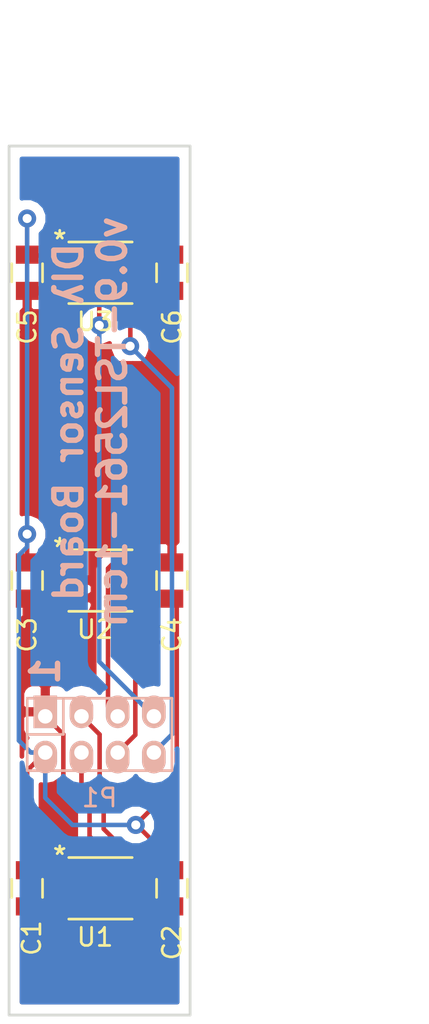
<source format=kicad_pcb>
(kicad_pcb (version 4) (host pcbnew "(2016-01-25 BZR 6514, Git a23e712)-product")

  (general
    (links 27)
    (no_connects 0)
    (area 162.775 54.225 190.141668 110.500001)
    (thickness 1.6)
    (drawings 13)
    (tracks 111)
    (zones 0)
    (modules 10)
    (nets 12)
  )

  (page A4)
  (layers
    (0 F.Cu signal)
    (31 B.Cu signal)
    (32 B.Adhes user)
    (33 F.Adhes user)
    (34 B.Paste user)
    (35 F.Paste user)
    (36 B.SilkS user)
    (37 F.SilkS user)
    (38 B.Mask user)
    (39 F.Mask user)
    (40 Dwgs.User user)
    (41 Cmts.User user)
    (42 Eco1.User user)
    (43 Eco2.User user)
    (44 Edge.Cuts user)
    (45 Margin user)
    (46 B.CrtYd user)
    (47 F.CrtYd user)
    (48 B.Fab user)
    (49 F.Fab user)
  )

  (setup
    (last_trace_width 0.25)
    (trace_clearance 0.2)
    (zone_clearance 0.508)
    (zone_45_only no)
    (trace_min 0.2)
    (segment_width 0.2)
    (edge_width 0.15)
    (via_size 1)
    (via_drill 0.5)
    (via_min_size 0.4)
    (via_min_drill 0.3)
    (uvia_size 0.3)
    (uvia_drill 0.1)
    (uvias_allowed no)
    (uvia_min_size 0.2)
    (uvia_min_drill 0.1)
    (pcb_text_width 0.3)
    (pcb_text_size 1.5 1.5)
    (mod_edge_width 0.15)
    (mod_text_size 1 1)
    (mod_text_width 0.15)
    (pad_size 1.524 1.524)
    (pad_drill 0.762)
    (pad_to_mask_clearance 0.2)
    (aux_axis_origin 165 110)
    (visible_elements FFFFFF7F)
    (pcbplotparams
      (layerselection 0x010f0_80000001)
      (usegerberextensions false)
      (excludeedgelayer true)
      (linewidth 0.100000)
      (plotframeref false)
      (viasonmask false)
      (mode 1)
      (useauxorigin false)
      (hpglpennumber 1)
      (hpglpenspeed 20)
      (hpglpendiameter 15)
      (hpglpenoverlay 2)
      (psnegative false)
      (psa4output false)
      (plotreference true)
      (plotvalue true)
      (plotinvisibletext false)
      (padsonsilk false)
      (subtractmaskfromsilk false)
      (outputformat 4)
      (mirror false)
      (drillshape 0)
      (scaleselection 1)
      (outputdirectory Sensor-Board-TSL2561-3x-1cm/))
  )

  (net 0 "")
  (net 1 +3V3)
  (net 2 GND)
  (net 3 SD0)
  (net 4 SC0)
  (net 5 SD1)
  (net 6 SC1)
  (net 7 SD2)
  (net 8 SC2)
  (net 9 "Net-(U1-Pad5)")
  (net 10 "Net-(U2-Pad5)")
  (net 11 "Net-(U3-Pad5)")

  (net_class Default "This is the default net class."
    (clearance 0.2)
    (trace_width 0.25)
    (via_dia 1)
    (via_drill 0.5)
    (uvia_dia 0.3)
    (uvia_drill 0.1)
    (add_net +3V3)
    (add_net GND)
    (add_net "Net-(U1-Pad5)")
    (add_net "Net-(U2-Pad5)")
    (add_net "Net-(U3-Pad5)")
    (add_net SC0)
    (add_net SC1)
    (add_net SC2)
    (add_net SD0)
    (add_net SD1)
    (add_net SD2)
  )

  (module Footprints:TMB-6 (layer F.Cu) (tedit 56A3A293) (tstamp 55C98506)
    (at 170 103)
    (path /55C87CBD)
    (fp_text reference U1 (at -0.25 2.7) (layer F.SilkS)
      (effects (font (size 1 1) (thickness 0.15)))
    )
    (fp_text value TSL2561 (at -0.05 -3.25) (layer F.Fab) hide
      (effects (font (size 1 1) (thickness 0.15)))
    )
    (fp_line (start -2.7 1.6) (end -2.7 -1.5) (layer F.CrtYd) (width 0.15))
    (fp_line (start 2.7 1.6) (end -2.7 1.6) (layer F.CrtYd) (width 0.15))
    (fp_line (start 2.7 -1.6) (end 2.7 1.5) (layer F.CrtYd) (width 0.15))
    (fp_line (start -2.7 -1.6) (end 2.7 -1.6) (layer F.CrtYd) (width 0.15))
    (fp_text user * (at -2.2 -1.8) (layer F.SilkS)
      (effects (font (size 1 1) (thickness 0.15)))
    )
    (fp_line (start -1.7 1.7) (end 1.8 1.7) (layer F.SilkS) (width 0.15))
    (fp_line (start -1.7 -1.7) (end 1.8 -1.7) (layer F.SilkS) (width 0.15))
    (pad 1 smd rect (at -1.7 -0.95) (size 1.4 0.7) (layers F.Cu F.Paste F.Mask)
      (net 1 +3V3))
    (pad 2 smd rect (at -1.7 0) (size 1.4 0.7) (layers F.Cu F.Paste F.Mask)
      (net 2 GND))
    (pad 3 smd rect (at -1.7 0.95) (size 1.4 0.7) (layers F.Cu F.Paste F.Mask)
      (net 2 GND))
    (pad 4 smd rect (at 1.7 0.95) (size 1.4 0.7) (layers F.Cu F.Paste F.Mask)
      (net 4 SC0))
    (pad 5 smd rect (at 1.7 0) (size 1.4 0.7) (layers F.Cu F.Paste F.Mask)
      (net 9 "Net-(U1-Pad5)"))
    (pad 6 smd rect (at 1.7 -0.95) (size 1.4 0.7) (layers F.Cu F.Paste F.Mask)
      (net 3 SD0))
  )

  (module Capacitors_SMD:C_0805 (layer F.Cu) (tedit 56A3A28F) (tstamp 55C984AE)
    (at 166 103 270)
    (descr "Capacitor SMD 0805, reflow soldering, AVX (see smccp.pdf)")
    (tags "capacitor 0805")
    (path /55C87DFA)
    (attr smd)
    (fp_text reference C1 (at 2.75 -0.25 270) (layer F.SilkS)
      (effects (font (size 1 1) (thickness 0.15)))
    )
    (fp_text value C (at 0 2.1 270) (layer F.Fab) hide
      (effects (font (size 1 1) (thickness 0.15)))
    )
    (fp_line (start -1.8 -1) (end 1.8 -1) (layer F.CrtYd) (width 0.05))
    (fp_line (start -1.8 1) (end 1.8 1) (layer F.CrtYd) (width 0.05))
    (fp_line (start -1.8 -1) (end -1.8 1) (layer F.CrtYd) (width 0.05))
    (fp_line (start 1.8 -1) (end 1.8 1) (layer F.CrtYd) (width 0.05))
    (fp_line (start 0.5 -0.85) (end -0.5 -0.85) (layer F.SilkS) (width 0.15))
    (fp_line (start -0.5 0.85) (end 0.5 0.85) (layer F.SilkS) (width 0.15))
    (pad 1 smd rect (at -1 0 270) (size 1 1.25) (layers F.Cu F.Paste F.Mask)
      (net 1 +3V3))
    (pad 2 smd rect (at 1 0 270) (size 1 1.25) (layers F.Cu F.Paste F.Mask)
      (net 2 GND))
    (model Capacitors_SMD.3dshapes/C_0805.wrl
      (at (xyz 0 0 0))
      (scale (xyz 1 1 1))
      (rotate (xyz 0 0 0))
    )
  )

  (module Capacitors_SMD:C_0805 (layer F.Cu) (tedit 56A3A99F) (tstamp 55C984BA)
    (at 174 103 270)
    (descr "Capacitor SMD 0805, reflow soldering, AVX (see smccp.pdf)")
    (tags "capacitor 0805")
    (path /55C87E40)
    (attr smd)
    (fp_text reference C2 (at 3 0 270) (layer F.SilkS)
      (effects (font (size 1 1) (thickness 0.15)))
    )
    (fp_text value C (at 0 2.1 270) (layer F.Fab) hide
      (effects (font (size 1 1) (thickness 0.15)))
    )
    (fp_line (start -1.8 -1) (end 1.8 -1) (layer F.CrtYd) (width 0.05))
    (fp_line (start -1.8 1) (end 1.8 1) (layer F.CrtYd) (width 0.05))
    (fp_line (start -1.8 -1) (end -1.8 1) (layer F.CrtYd) (width 0.05))
    (fp_line (start 1.8 -1) (end 1.8 1) (layer F.CrtYd) (width 0.05))
    (fp_line (start 0.5 -0.85) (end -0.5 -0.85) (layer F.SilkS) (width 0.15))
    (fp_line (start -0.5 0.85) (end 0.5 0.85) (layer F.SilkS) (width 0.15))
    (pad 1 smd rect (at -1 0 270) (size 1 1.25) (layers F.Cu F.Paste F.Mask)
      (net 1 +3V3))
    (pad 2 smd rect (at 1 0 270) (size 1 1.25) (layers F.Cu F.Paste F.Mask)
      (net 2 GND))
    (model Capacitors_SMD.3dshapes/C_0805.wrl
      (at (xyz 0 0 0))
      (scale (xyz 1 1 1))
      (rotate (xyz 0 0 0))
    )
  )

  (module Capacitors_SMD:C_0805 (layer F.Cu) (tedit 56A3A2A5) (tstamp 55C984C6)
    (at 166 86 270)
    (descr "Capacitor SMD 0805, reflow soldering, AVX (see smccp.pdf)")
    (tags "capacitor 0805")
    (path /55C87E76)
    (attr smd)
    (fp_text reference C3 (at 3 0 270) (layer F.SilkS)
      (effects (font (size 1 1) (thickness 0.15)))
    )
    (fp_text value C (at 0 2.1 270) (layer F.Fab) hide
      (effects (font (size 1 1) (thickness 0.15)))
    )
    (fp_line (start -1.8 -1) (end 1.8 -1) (layer F.CrtYd) (width 0.05))
    (fp_line (start -1.8 1) (end 1.8 1) (layer F.CrtYd) (width 0.05))
    (fp_line (start -1.8 -1) (end -1.8 1) (layer F.CrtYd) (width 0.05))
    (fp_line (start 1.8 -1) (end 1.8 1) (layer F.CrtYd) (width 0.05))
    (fp_line (start 0.5 -0.85) (end -0.5 -0.85) (layer F.SilkS) (width 0.15))
    (fp_line (start -0.5 0.85) (end 0.5 0.85) (layer F.SilkS) (width 0.15))
    (pad 1 smd rect (at -1 0 270) (size 1 1.25) (layers F.Cu F.Paste F.Mask)
      (net 1 +3V3))
    (pad 2 smd rect (at 1 0 270) (size 1 1.25) (layers F.Cu F.Paste F.Mask)
      (net 2 GND))
    (model Capacitors_SMD.3dshapes/C_0805.wrl
      (at (xyz 0 0 0))
      (scale (xyz 1 1 1))
      (rotate (xyz 0 0 0))
    )
  )

  (module Capacitors_SMD:C_0805 (layer F.Cu) (tedit 56A3A2A2) (tstamp 55C984D2)
    (at 174 86 90)
    (descr "Capacitor SMD 0805, reflow soldering, AVX (see smccp.pdf)")
    (tags "capacitor 0805")
    (path /55C87ED5)
    (attr smd)
    (fp_text reference C4 (at -3 0 90) (layer F.SilkS)
      (effects (font (size 1 1) (thickness 0.15)))
    )
    (fp_text value C (at 0 2.1 90) (layer F.Fab) hide
      (effects (font (size 1 1) (thickness 0.15)))
    )
    (fp_line (start -1.8 -1) (end 1.8 -1) (layer F.CrtYd) (width 0.05))
    (fp_line (start -1.8 1) (end 1.8 1) (layer F.CrtYd) (width 0.05))
    (fp_line (start -1.8 -1) (end -1.8 1) (layer F.CrtYd) (width 0.05))
    (fp_line (start 1.8 -1) (end 1.8 1) (layer F.CrtYd) (width 0.05))
    (fp_line (start 0.5 -0.85) (end -0.5 -0.85) (layer F.SilkS) (width 0.15))
    (fp_line (start -0.5 0.85) (end 0.5 0.85) (layer F.SilkS) (width 0.15))
    (pad 1 smd rect (at -1 0 90) (size 1 1.25) (layers F.Cu F.Paste F.Mask)
      (net 1 +3V3))
    (pad 2 smd rect (at 1 0 90) (size 1 1.25) (layers F.Cu F.Paste F.Mask)
      (net 2 GND))
    (model Capacitors_SMD.3dshapes/C_0805.wrl
      (at (xyz 0 0 0))
      (scale (xyz 1 1 1))
      (rotate (xyz 0 0 0))
    )
  )

  (module Capacitors_SMD:C_0805 (layer F.Cu) (tedit 56A3A2AA) (tstamp 55C984DE)
    (at 166 69 270)
    (descr "Capacitor SMD 0805, reflow soldering, AVX (see smccp.pdf)")
    (tags "capacitor 0805")
    (path /55C87F0B)
    (attr smd)
    (fp_text reference C5 (at 3 0 270) (layer F.SilkS)
      (effects (font (size 1 1) (thickness 0.15)))
    )
    (fp_text value C (at 0 2.1 270) (layer F.Fab) hide
      (effects (font (size 1 1) (thickness 0.15)))
    )
    (fp_line (start -1.8 -1) (end 1.8 -1) (layer F.CrtYd) (width 0.05))
    (fp_line (start -1.8 1) (end 1.8 1) (layer F.CrtYd) (width 0.05))
    (fp_line (start -1.8 -1) (end -1.8 1) (layer F.CrtYd) (width 0.05))
    (fp_line (start 1.8 -1) (end 1.8 1) (layer F.CrtYd) (width 0.05))
    (fp_line (start 0.5 -0.85) (end -0.5 -0.85) (layer F.SilkS) (width 0.15))
    (fp_line (start -0.5 0.85) (end 0.5 0.85) (layer F.SilkS) (width 0.15))
    (pad 1 smd rect (at -1 0 270) (size 1 1.25) (layers F.Cu F.Paste F.Mask)
      (net 1 +3V3))
    (pad 2 smd rect (at 1 0 270) (size 1 1.25) (layers F.Cu F.Paste F.Mask)
      (net 2 GND))
    (model Capacitors_SMD.3dshapes/C_0805.wrl
      (at (xyz 0 0 0))
      (scale (xyz 1 1 1))
      (rotate (xyz 0 0 0))
    )
  )

  (module Capacitors_SMD:C_0805 (layer F.Cu) (tedit 56A3A9D7) (tstamp 55C984EA)
    (at 174 69 270)
    (descr "Capacitor SMD 0805, reflow soldering, AVX (see smccp.pdf)")
    (tags "capacitor 0805")
    (path /55C87F64)
    (attr smd)
    (fp_text reference C6 (at 3 0 270) (layer F.SilkS)
      (effects (font (size 1 1) (thickness 0.15)))
    )
    (fp_text value C (at 0 2.1 270) (layer F.Fab) hide
      (effects (font (size 1 1) (thickness 0.15)))
    )
    (fp_line (start -1.8 -1) (end 1.8 -1) (layer F.CrtYd) (width 0.05))
    (fp_line (start -1.8 1) (end 1.8 1) (layer F.CrtYd) (width 0.05))
    (fp_line (start -1.8 -1) (end -1.8 1) (layer F.CrtYd) (width 0.05))
    (fp_line (start 1.8 -1) (end 1.8 1) (layer F.CrtYd) (width 0.05))
    (fp_line (start 0.5 -0.85) (end -0.5 -0.85) (layer F.SilkS) (width 0.15))
    (fp_line (start -0.5 0.85) (end 0.5 0.85) (layer F.SilkS) (width 0.15))
    (pad 1 smd rect (at -1 0 270) (size 1 1.25) (layers F.Cu F.Paste F.Mask)
      (net 1 +3V3))
    (pad 2 smd rect (at 1 0 270) (size 1 1.25) (layers F.Cu F.Paste F.Mask)
      (net 2 GND))
    (model Capacitors_SMD.3dshapes/C_0805.wrl
      (at (xyz 0 0 0))
      (scale (xyz 1 1 1))
      (rotate (xyz 0 0 0))
    )
  )

  (module Pin_Headers:Pin_Header_Straight_2x04_Pitch2.00mm (layer B.Cu) (tedit 56B46D85) (tstamp 55C984FC)
    (at 170 94.5)
    (descr "Pin Header 2mm 4x2pin")
    (tags "CONN DEV")
    (path /55C87C81)
    (fp_text reference P1 (at 0 3.5 180) (layer B.SilkS)
      (effects (font (size 1 1) (thickness 0.15)) (justify mirror))
    )
    (fp_text value eCONN_02X04 (at 0 3) (layer B.Fab) hide
      (effects (font (size 1 1) (thickness 0.15)) (justify mirror))
    )
    (fp_line (start -4 0) (end -2 0) (layer B.SilkS) (width 0.15))
    (fp_line (start 4 2) (end 4 -2) (layer B.SilkS) (width 0.15))
    (fp_line (start 4 -2) (end -4 -2) (layer B.SilkS) (width 0.15))
    (fp_line (start -4 2) (end 4 2) (layer B.SilkS) (width 0.15))
    (fp_line (start -4 -2) (end -4 2) (layer B.SilkS) (width 0.15))
    (fp_line (start -2 0) (end -2 -2) (layer B.SilkS) (width 0.15))
    (pad 1 thru_hole rect (at -3 -1) (size 1.3 1.8) (drill 0.8 (offset 0 -0.25)) (layers *.Cu *.Mask B.SilkS)
      (net 2 GND))
    (pad 2 thru_hole oval (at -3 1) (size 1.3 1.8) (drill 0.8 (offset 0 0.25)) (layers *.Cu *.Mask B.SilkS)
      (net 1 +3V3))
    (pad 3 thru_hole oval (at -1 -1) (size 1.3 1.8) (drill 0.8 (offset 0 -0.25)) (layers *.Cu *.Mask B.SilkS)
      (net 3 SD0))
    (pad 4 thru_hole oval (at -1 1) (size 1.3 1.8) (drill 0.8 (offset 0 0.25)) (layers *.Cu *.Mask B.SilkS)
      (net 4 SC0))
    (pad 5 thru_hole oval (at 1 -1) (size 1.3 1.8) (drill 0.8 (offset 0 -0.25)) (layers *.Cu *.Mask B.SilkS)
      (net 5 SD1))
    (pad 6 thru_hole oval (at 1 1) (size 1.3 1.8) (drill 0.8 (offset 0 0.25)) (layers *.Cu *.Mask B.SilkS)
      (net 6 SC1))
    (pad 7 thru_hole oval (at 3 -1) (size 1.3 1.8) (drill 0.8 (offset 0 -0.25)) (layers *.Cu *.Mask B.SilkS)
      (net 7 SD2))
    (pad 8 thru_hole oval (at 3 1) (size 1.3 1.8) (drill 0.8 (offset 0 0.25)) (layers *.Cu *.Mask B.SilkS)
      (net 8 SC2))
    (model Pin_Headers.3dshapes/Pin_Header_Straight_2x04_Pitch2.00mm.wrl
      (at (xyz 0 0 0))
      (scale (xyz 1 1 1))
      (rotate (xyz 0 0 0))
    )
  )

  (module Footprints:TMB-6 (layer F.Cu) (tedit 56A3A2B0) (tstamp 55C9851A)
    (at 170 69)
    (path /55C87D4F)
    (fp_text reference U3 (at -0.25 2.7) (layer F.SilkS)
      (effects (font (size 1 1) (thickness 0.15)))
    )
    (fp_text value TSL2561 (at -0.05 -3.25) (layer F.Fab) hide
      (effects (font (size 1 1) (thickness 0.15)))
    )
    (fp_text user * (at -2.2 -1.8) (layer F.SilkS)
      (effects (font (size 1 1) (thickness 0.15)))
    )
    (fp_line (start -1.7 1.7) (end 1.8 1.7) (layer F.SilkS) (width 0.15))
    (fp_line (start -1.7 -1.7) (end 1.8 -1.7) (layer F.SilkS) (width 0.15))
    (pad 1 smd rect (at -1.7 -0.95) (size 1.4 0.7) (layers F.Cu F.Paste F.Mask)
      (net 1 +3V3))
    (pad 2 smd rect (at -1.7 0) (size 1.4 0.7) (layers F.Cu F.Paste F.Mask)
      (net 2 GND))
    (pad 3 smd rect (at -1.7 0.95) (size 1.4 0.7) (layers F.Cu F.Paste F.Mask)
      (net 2 GND))
    (pad 4 smd rect (at 1.7 0.95) (size 1.4 0.7) (layers F.Cu F.Paste F.Mask)
      (net 8 SC2))
    (pad 5 smd rect (at 1.7 0) (size 1.4 0.7) (layers F.Cu F.Paste F.Mask)
      (net 11 "Net-(U3-Pad5)"))
    (pad 6 smd rect (at 1.7 -0.95) (size 1.4 0.7) (layers F.Cu F.Paste F.Mask)
      (net 7 SD2))
  )

  (module Footprints:TMB-6 (layer F.Cu) (tedit 56A3A9B1) (tstamp 55C98510)
    (at 170 86)
    (path /55C87CFA)
    (fp_text reference U2 (at -0.25 2.7) (layer F.SilkS)
      (effects (font (size 1 1) (thickness 0.15)))
    )
    (fp_text value TSL2561 (at -0.05 -3.25) (layer F.Fab) hide
      (effects (font (size 1 1) (thickness 0.15)))
    )
    (fp_text user * (at -2.2 -1.8) (layer F.SilkS)
      (effects (font (size 1 1) (thickness 0.15)))
    )
    (fp_line (start -1.7 1.7) (end 1.8 1.7) (layer F.SilkS) (width 0.15))
    (fp_line (start -1.7 -1.7) (end 1.8 -1.7) (layer F.SilkS) (width 0.15))
    (pad 1 smd rect (at -1.7 -0.95) (size 1.4 0.7) (layers F.Cu F.Paste F.Mask)
      (net 1 +3V3))
    (pad 2 smd rect (at -1.7 0) (size 1.4 0.7) (layers F.Cu F.Paste F.Mask)
      (net 2 GND))
    (pad 3 smd rect (at -1.7 0.95) (size 1.4 0.7) (layers F.Cu F.Paste F.Mask)
      (net 2 GND))
    (pad 4 smd rect (at 1.7 0.95) (size 1.4 0.7) (layers F.Cu F.Paste F.Mask)
      (net 6 SC1))
    (pad 5 smd rect (at 1.7 0) (size 1.4 0.7) (layers F.Cu F.Paste F.Mask)
      (net 10 "Net-(U2-Pad5)"))
    (pad 6 smd rect (at 1.7 -0.95) (size 1.4 0.7) (layers F.Cu F.Paste F.Mask)
      (net 5 SD1))
  )

  (gr_text 1 (at 167 91 90) (layer B.SilkS)
    (effects (font (size 1.5 1.5) (thickness 0.3)) (justify mirror))
  )
  (gr_text "DIλ Sensor Board\nv0.9-TSL2561-1cm" (at 169.5 77.25 90) (layer B.SilkS)
    (effects (font (size 1.5 1.5) (thickness 0.3)) (justify mirror))
  )
  (dimension 17 (width 0.25) (layer Dwgs.User)
    (gr_text "17 mm" (at 181.85 77.5 90) (layer Dwgs.User) (tstamp 56A3A1C3)
      (effects (font (size 1.5 1) (thickness 0.25)))
    )
    (feature1 (pts (xy 174 69) (xy 183.2 69)))
    (feature2 (pts (xy 174 86) (xy 183.2 86)))
    (crossbar (pts (xy 180.5 86) (xy 180.5 69)))
    (arrow1a (pts (xy 180.5 69) (xy 181.086421 70.126504)))
    (arrow1b (pts (xy 180.5 69) (xy 179.913579 70.126504)))
    (arrow2a (pts (xy 180.5 86) (xy 181.086421 84.873496)))
    (arrow2b (pts (xy 180.5 86) (xy 179.913579 84.873496)))
  )
  (dimension 17 (width 0.25) (layer Dwgs.User)
    (gr_text "17 mm" (at 181.822867 94.489225 90) (layer Dwgs.User) (tstamp 56A3A0F5)
      (effects (font (size 1.5 1) (thickness 0.25)))
    )
    (feature1 (pts (xy 174.972867 85.989225) (xy 183.172867 85.989225)))
    (feature2 (pts (xy 174.972867 102.989225) (xy 183.172867 102.989225)))
    (crossbar (pts (xy 180.472867 102.989225) (xy 180.472867 85.989225)))
    (arrow1a (pts (xy 180.472867 85.989225) (xy 181.059288 87.115729)))
    (arrow1b (pts (xy 180.472867 85.989225) (xy 179.886446 87.115729)))
    (arrow2a (pts (xy 180.472867 102.989225) (xy 181.059288 101.862721)))
    (arrow2b (pts (xy 180.472867 102.989225) (xy 179.886446 101.862721)))
  )
  (dimension 7 (width 0.25) (layer Dwgs.User)
    (gr_text "7 mm" (at 181.75 106.5 270) (layer Dwgs.User)
      (effects (font (size 1.5 1) (thickness 0.25)))
    )
    (feature1 (pts (xy 175 110) (xy 183 110)))
    (feature2 (pts (xy 175 103) (xy 183 103)))
    (crossbar (pts (xy 180.5 103) (xy 180.5 110)))
    (arrow1a (pts (xy 180.5 110) (xy 179.913579 108.873496)))
    (arrow1b (pts (xy 180.5 110) (xy 181.086421 108.873496)))
    (arrow2a (pts (xy 180.5 103) (xy 179.913579 104.126504)))
    (arrow2b (pts (xy 180.5 103) (xy 181.086421 104.126504)))
  )
  (dimension 48 (width 0.25) (layer Dwgs.User)
    (gr_text "48 mm" (at 187.35 86 270) (layer Dwgs.User) (tstamp 56A3A146)
      (effects (font (size 1.5 1) (thickness 0.25)))
    )
    (feature1 (pts (xy 175 110) (xy 188.7 110)))
    (feature2 (pts (xy 175 62) (xy 188.7 62)))
    (crossbar (pts (xy 186 62) (xy 186 110)))
    (arrow1a (pts (xy 186 110) (xy 185.413579 108.873496)))
    (arrow1b (pts (xy 186 110) (xy 186.586421 108.873496)))
    (arrow2a (pts (xy 186 62) (xy 185.413579 63.126504)))
    (arrow2b (pts (xy 186 62) (xy 186.586421 63.126504)))
  )
  (dimension 10 (width 0.25) (layer Dwgs.User)
    (gr_text "10 mm" (at 170 55.65) (layer Dwgs.User) (tstamp 56A3A127)
      (effects (font (size 1.5 1) (thickness 0.25)))
    )
    (feature1 (pts (xy 175 62) (xy 175 54.3)))
    (feature2 (pts (xy 165 62) (xy 165 54.3)))
    (crossbar (pts (xy 165 57) (xy 175 57)))
    (arrow1a (pts (xy 175 57) (xy 173.873496 57.586421)))
    (arrow1b (pts (xy 175 57) (xy 173.873496 56.413579)))
    (arrow2a (pts (xy 165 57) (xy 166.126504 57.586421)))
    (arrow2b (pts (xy 165 57) (xy 166.126504 56.413579)))
  )
  (gr_line (start 165 62) (end 165 65) (layer Edge.Cuts) (width 0.15))
  (gr_line (start 175 62) (end 165 62) (layer Edge.Cuts) (width 0.15))
  (gr_line (start 175 65) (end 175 62) (layer Edge.Cuts) (width 0.15))
  (gr_line (start 165 110) (end 165 65) (angle 90) (layer Edge.Cuts) (width 0.15))
  (gr_line (start 175 110) (end 175 65) (angle 90) (layer Edge.Cuts) (width 0.15))
  (gr_line (start 165 110) (end 175 110) (angle 90) (layer Edge.Cuts) (width 0.15))

  (segment (start 167 95.5) (end 166.205196 95.5) (width 0.25) (layer B.Cu) (net 1))
  (segment (start 166.205196 95.5) (end 165.543388 94.838192) (width 0.25) (layer B.Cu) (net 1))
  (segment (start 165.543388 94.838192) (end 165.543388 84.598674) (width 0.25) (layer B.Cu) (net 1))
  (segment (start 165.543388 84.598674) (end 165.998401 84.143661) (width 0.25) (layer B.Cu) (net 1))
  (segment (start 165.998401 84.143661) (end 165.998401 83.436555) (width 0.25) (layer B.Cu) (net 1))
  (segment (start 165.998401 66.001599) (end 165.998401 67.998401) (width 0.25) (layer F.Cu) (net 1))
  (segment (start 165.998401 67.998401) (end 166 68) (width 0.25) (layer F.Cu) (net 1))
  (via (at 165.998401 66.001599) (size 1) (drill 0.5) (layers F.Cu B.Cu) (net 1))
  (segment (start 165.998401 83.436555) (end 165.998401 66.001599) (width 0.25) (layer B.Cu) (net 1))
  (segment (start 168.3 68.05) (end 166.05 68.05) (width 0.25) (layer F.Cu) (net 1))
  (segment (start 166.05 68.05) (end 166 68) (width 0.25) (layer F.Cu) (net 1))
  (segment (start 174 68) (end 174 66.5) (width 0.25) (layer F.Cu) (net 1))
  (segment (start 174 66.5) (end 173.5 66) (width 0.25) (layer F.Cu) (net 1))
  (segment (start 169 66) (end 168.3 66.7) (width 0.25) (layer F.Cu) (net 1))
  (segment (start 173.5 66) (end 169 66) (width 0.25) (layer F.Cu) (net 1))
  (segment (start 168.3 66.7) (end 168.3 68.05) (width 0.25) (layer F.Cu) (net 1))
  (segment (start 166 83.438154) (end 165.998401 83.436555) (width 0.25) (layer F.Cu) (net 1))
  (segment (start 166 85) (end 166 83.438154) (width 0.25) (layer F.Cu) (net 1))
  (via (at 165.998401 83.436555) (size 1) (drill 0.5) (layers F.Cu B.Cu) (net 1))
  (segment (start 174 102) (end 174 101.449237) (width 0.25) (layer F.Cu) (net 1))
  (segment (start 174 101.449237) (end 172.050763 99.5) (width 0.25) (layer F.Cu) (net 1))
  (segment (start 172.050763 99.5) (end 172 99.5) (width 0.25) (layer F.Cu) (net 1))
  (segment (start 172 99.5) (end 172 99.48616) (width 0.25) (layer F.Cu) (net 1))
  (segment (start 172 99.48616) (end 174.2637 97.22246) (width 0.25) (layer F.Cu) (net 1))
  (segment (start 174.2637 97.22246) (end 174.2637 87.2637) (width 0.25) (layer F.Cu) (net 1))
  (segment (start 174.2637 87.2637) (end 174 87) (width 0.25) (layer F.Cu) (net 1))
  (segment (start 166 85) (end 168.25 85) (width 0.25) (layer F.Cu) (net 1))
  (segment (start 168.25 85) (end 168.3 85.05) (width 0.25) (layer F.Cu) (net 1))
  (segment (start 168.5 99.5) (end 167 98) (width 0.25) (layer B.Cu) (net 1))
  (segment (start 167 98) (end 167 95.5) (width 0.25) (layer B.Cu) (net 1))
  (segment (start 172 99.5) (end 168.5 99.5) (width 0.25) (layer B.Cu) (net 1))
  (via (at 172 99.5) (size 1) (drill 0.5) (layers F.Cu B.Cu) (net 1))
  (segment (start 166 102) (end 168.25 102) (width 0.25) (layer F.Cu) (net 1))
  (segment (start 168.25 102) (end 168.3 102.05) (width 0.25) (layer F.Cu) (net 1))
  (segment (start 167 95.5) (end 166 96.5) (width 0.25) (layer F.Cu) (net 1))
  (segment (start 166 96.5) (end 166 102) (width 0.25) (layer F.Cu) (net 1))
  (segment (start 166 87) (end 166 90.750792) (width 0.25) (layer F.Cu) (net 2))
  (segment (start 166 90.750792) (end 167 91.750792) (width 0.25) (layer F.Cu) (net 2))
  (segment (start 167 91.750792) (end 167 93.5) (width 0.25) (layer F.Cu) (net 2))
  (segment (start 171.748643 83.5) (end 173.5 83.5) (width 0.25) (layer F.Cu) (net 2))
  (segment (start 168.5 74) (end 171.841196 74) (width 0.25) (layer F.Cu) (net 2))
  (segment (start 170 83.5) (end 171.748643 83.5) (width 0.25) (layer F.Cu) (net 2))
  (segment (start 171.748643 83.5) (end 171.748643 74.092553) (width 0.25) (layer F.Cu) (net 2))
  (segment (start 171.841196 74) (end 173.5 74) (width 0.25) (layer F.Cu) (net 2))
  (segment (start 171.748643 74.092553) (end 171.841196 74) (width 0.25) (layer F.Cu) (net 2))
  (segment (start 173.5 74) (end 174 73.5) (width 0.25) (layer F.Cu) (net 2))
  (segment (start 174 73.5) (end 174 70) (width 0.25) (layer F.Cu) (net 2))
  (segment (start 168.3 73.8) (end 168.5 74) (width 0.25) (layer F.Cu) (net 2))
  (segment (start 168.3 69.95) (end 168.3 73.8) (width 0.25) (layer F.Cu) (net 2))
  (segment (start 168.3 69.95) (end 168.3 69) (width 0.25) (layer F.Cu) (net 2))
  (segment (start 166 70) (end 168.25 70) (width 0.25) (layer F.Cu) (net 2))
  (segment (start 168.25 70) (end 168.3 69.95) (width 0.25) (layer F.Cu) (net 2))
  (segment (start 168.3 86) (end 169.25 86) (width 0.25) (layer F.Cu) (net 2))
  (segment (start 169.25 86) (end 169.5 85.75) (width 0.25) (layer F.Cu) (net 2))
  (segment (start 169.5 85.75) (end 169.5 84) (width 0.25) (layer F.Cu) (net 2))
  (segment (start 169.5 84) (end 170 83.5) (width 0.25) (layer F.Cu) (net 2))
  (segment (start 173.5 83.5) (end 174 84) (width 0.25) (layer F.Cu) (net 2))
  (segment (start 174 84) (end 174 85) (width 0.25) (layer F.Cu) (net 2))
  (segment (start 168.3 86.95) (end 168.3 86) (width 0.25) (layer F.Cu) (net 2))
  (segment (start 166 87) (end 168.25 87) (width 0.25) (layer F.Cu) (net 2))
  (segment (start 168.25 87) (end 168.3 86.95) (width 0.25) (layer F.Cu) (net 2))
  (segment (start 169.578082 105.5) (end 169.66649 105.411592) (width 0.25) (layer F.Cu) (net 2))
  (segment (start 169.66649 105.411592) (end 169.66649 101.432209) (width 0.25) (layer F.Cu) (net 2))
  (segment (start 169.66649 101.432209) (end 167.998688 99.764407) (width 0.25) (layer F.Cu) (net 2))
  (segment (start 167.998688 99.764407) (end 167.998688 94.498688) (width 0.25) (layer F.Cu) (net 2))
  (segment (start 167.998688 94.498688) (end 167 93.5) (width 0.25) (layer F.Cu) (net 2))
  (segment (start 169.578082 105.5) (end 169 105.5) (width 0.25) (layer F.Cu) (net 2))
  (segment (start 173.25 105.5) (end 169.578082 105.5) (width 0.25) (layer F.Cu) (net 2))
  (segment (start 169 105.5) (end 168.3 104.8) (width 0.25) (layer F.Cu) (net 2))
  (segment (start 168.3 104.8) (end 168.3 103.95) (width 0.25) (layer F.Cu) (net 2))
  (segment (start 174 104) (end 174 104.75) (width 0.25) (layer F.Cu) (net 2))
  (segment (start 174 104.75) (end 173.25 105.5) (width 0.25) (layer F.Cu) (net 2))
  (segment (start 168.3 103.95) (end 168.3 103) (width 0.25) (layer F.Cu) (net 2))
  (segment (start 166 104) (end 168.25 104) (width 0.25) (layer F.Cu) (net 2))
  (segment (start 168.25 104) (end 168.3 103.95) (width 0.25) (layer F.Cu) (net 2))
  (segment (start 171.7 102.05) (end 171.7 101.193775) (width 0.25) (layer F.Cu) (net 3))
  (segment (start 171.7 101.193775) (end 170.227089 99.720864) (width 0.25) (layer F.Cu) (net 3))
  (segment (start 170.227089 99.720864) (end 170.227089 97.214957) (width 0.25) (layer F.Cu) (net 3))
  (segment (start 170.227089 97.214957) (end 170.003152 96.99102) (width 0.25) (layer F.Cu) (net 3))
  (segment (start 170.003152 96.99102) (end 170.003152 94.503152) (width 0.25) (layer F.Cu) (net 3))
  (segment (start 170.003152 94.503152) (end 169 93.5) (width 0.25) (layer F.Cu) (net 3))
  (segment (start 171.7 103.95) (end 170.871794 103.95) (width 0.25) (layer F.Cu) (net 4))
  (segment (start 170.871794 103.95) (end 170.368997 103.447203) (width 0.25) (layer F.Cu) (net 4))
  (segment (start 170.368997 101.049364) (end 169.446679 100.127046) (width 0.25) (layer F.Cu) (net 4))
  (segment (start 169.446679 100.127046) (end 169.446679 98.560081) (width 0.25) (layer F.Cu) (net 4))
  (segment (start 170.368997 103.447203) (end 170.368997 101.049364) (width 0.25) (layer F.Cu) (net 4))
  (segment (start 169 98.113402) (end 169 95.5) (width 0.25) (layer F.Cu) (net 4))
  (segment (start 169.446679 98.560081) (end 169 98.113402) (width 0.25) (layer F.Cu) (net 4))
  (segment (start 171.7 85.05) (end 170.75 85.05) (width 0.25) (layer F.Cu) (net 5))
  (segment (start 170.75 85.05) (end 170.465694 85.334306) (width 0.25) (layer F.Cu) (net 5))
  (segment (start 170.465694 85.334306) (end 170.465694 92.965694) (width 0.25) (layer F.Cu) (net 5))
  (segment (start 170.465694 92.965694) (end 171 93.5) (width 0.25) (layer F.Cu) (net 5))
  (segment (start 171.7 86.95) (end 171.7 87.55) (width 0.25) (layer F.Cu) (net 6))
  (segment (start 171.7 87.55) (end 171.97501 87.82501) (width 0.25) (layer F.Cu) (net 6))
  (segment (start 171.97501 87.82501) (end 171.97501 94.52499) (width 0.25) (layer F.Cu) (net 6))
  (segment (start 171.97501 94.52499) (end 171 95.5) (width 0.25) (layer F.Cu) (net 6))
  (segment (start 169.983227 71.197688) (end 169.983227 71.904794) (width 0.25) (layer F.Cu) (net 7))
  (segment (start 169.983227 68.816773) (end 169.983227 71.197688) (width 0.25) (layer F.Cu) (net 7))
  (segment (start 170.75 68.05) (end 169.983227 68.816773) (width 0.25) (layer F.Cu) (net 7))
  (segment (start 171.7 68.05) (end 170.75 68.05) (width 0.25) (layer F.Cu) (net 7))
  (segment (start 169.983227 90.483227) (end 169.983227 72.6119) (width 0.25) (layer B.Cu) (net 7))
  (segment (start 169.983227 72.6119) (end 169.983227 71.904794) (width 0.25) (layer B.Cu) (net 7))
  (segment (start 173 93.5) (end 169.983227 90.483227) (width 0.25) (layer B.Cu) (net 7))
  (via (at 169.983227 71.904794) (size 1) (drill 0.5) (layers F.Cu B.Cu) (net 7))
  (segment (start 172.188356 73.553904) (end 171.688357 73.053905) (width 0.25) (layer B.Cu) (net 8))
  (segment (start 174 75.365548) (end 172.188356 73.553904) (width 0.25) (layer B.Cu) (net 8))
  (segment (start 174 94.5) (end 174 75.365548) (width 0.25) (layer B.Cu) (net 8))
  (segment (start 173 95.5) (end 174 94.5) (width 0.25) (layer B.Cu) (net 8))
  (segment (start 171.7 73.042262) (end 171.688357 73.053905) (width 0.25) (layer F.Cu) (net 8))
  (segment (start 171.7 69.95) (end 171.7 73.042262) (width 0.25) (layer F.Cu) (net 8))
  (via (at 171.688357 73.053905) (size 1) (drill 0.5) (layers F.Cu B.Cu) (net 8))

  (zone (net 2) (net_name GND) (layer F.Cu) (tstamp 0) (hatch edge 0.508)
    (connect_pads (clearance 0.508))
    (min_thickness 0.254)
    (fill yes (arc_segments 16) (thermal_gap 0.508) (thermal_bridge_width 0.508))
    (polygon
      (pts
        (xy 164.5 61.5) (xy 175.5 61.5) (xy 175.5 110.5) (xy 164.5 110.5)
      )
    )
    (filled_polygon
      (pts
        (xy 169.666849 103.738042) (xy 169.831596 103.984604) (xy 170.334393 104.487401) (xy 170.395505 104.528235) (xy 170.396838 104.535317)
        (xy 170.53591 104.751441) (xy 170.74811 104.896431) (xy 171 104.94744) (xy 172.4 104.94744) (xy 172.635317 104.903162)
        (xy 172.808513 104.791714) (xy 172.836673 104.859698) (xy 173.015301 105.038327) (xy 173.24869 105.135) (xy 173.71425 105.135)
        (xy 173.873 104.97625) (xy 173.873 104.127) (xy 173.853 104.127) (xy 173.853 103.873) (xy 173.873 103.873)
        (xy 173.873 103.853) (xy 174.127 103.853) (xy 174.127 103.873) (xy 174.147 103.873) (xy 174.147 104.127)
        (xy 174.127 104.127) (xy 174.127 104.97625) (xy 174.28575 105.135) (xy 174.29 105.135) (xy 174.29 109.29)
        (xy 165.71 109.29) (xy 165.71 105.135) (xy 165.71425 105.135) (xy 165.873 104.97625) (xy 165.873 104.127)
        (xy 166.127 104.127) (xy 166.127 104.97625) (xy 166.28575 105.135) (xy 166.75131 105.135) (xy 166.984699 105.038327)
        (xy 167.163327 104.859698) (xy 167.192132 104.790157) (xy 167.240302 104.838327) (xy 167.473691 104.935) (xy 168.01425 104.935)
        (xy 168.173 104.77625) (xy 168.173 104.077) (xy 168.427 104.077) (xy 168.427 104.77625) (xy 168.58575 104.935)
        (xy 169.126309 104.935) (xy 169.359698 104.838327) (xy 169.538327 104.659699) (xy 169.635 104.42631) (xy 169.635 104.23575)
        (xy 169.47625 104.077) (xy 168.427 104.077) (xy 168.173 104.077) (xy 167.12375 104.077) (xy 167.07375 104.127)
        (xy 166.127 104.127) (xy 165.873 104.127) (xy 165.853 104.127) (xy 165.853 103.873) (xy 165.873 103.873)
        (xy 165.873 103.853) (xy 166.127 103.853) (xy 166.127 103.873) (xy 167.10125 103.873) (xy 167.15125 103.823)
        (xy 167.174975 103.823) (xy 167.240302 103.888327) (xy 167.473691 103.985) (xy 168.01425 103.985) (xy 168.173 103.82625)
        (xy 168.173 103.803) (xy 168.427 103.803) (xy 168.427 103.82625) (xy 168.58575 103.985) (xy 169.126309 103.985)
        (xy 169.359698 103.888327) (xy 169.425025 103.823) (xy 169.47625 103.823) (xy 169.635 103.66425) (xy 169.635 103.577928)
      )
    )
    (filled_polygon
      (pts
        (xy 168.091368 96.938704) (xy 168.24 97.038017) (xy 168.24 98.113402) (xy 168.297852 98.404241) (xy 168.462599 98.650803)
        (xy 168.686679 98.874884) (xy 168.686679 100.127046) (xy 168.744531 100.417885) (xy 168.909278 100.664447) (xy 169.608997 101.364166)
        (xy 169.608997 101.495693) (xy 169.603162 101.464683) (xy 169.46409 101.248559) (xy 169.25189 101.103569) (xy 169 101.05256)
        (xy 167.6 101.05256) (xy 167.364683 101.096838) (xy 167.191759 101.208111) (xy 167.08909 101.048559) (xy 166.87689 100.903569)
        (xy 166.76 100.879898) (xy 166.76 97.267333) (xy 167 97.315072) (xy 167.491748 97.217257) (xy 167.908632 96.938704)
        (xy 168 96.801962)
      )
    )
    (filled_polygon
      (pts
        (xy 168.427 69.82625) (xy 168.447 69.84625) (xy 168.447 70.077) (xy 168.427 70.077) (xy 168.427 70.77625)
        (xy 168.58575 70.935) (xy 169.126309 70.935) (xy 169.223227 70.894855) (xy 169.223227 71.059735) (xy 169.021582 71.261029)
        (xy 168.848424 71.678038) (xy 168.84803 72.129569) (xy 169.02046 72.54688) (xy 169.339462 72.866439) (xy 169.756471 73.039597)
        (xy 170.208002 73.039991) (xy 170.553493 72.897237) (xy 170.55316 73.27868) (xy 170.72559 73.695991) (xy 171.044592 74.01555)
        (xy 171.461601 74.188708) (xy 171.913132 74.189102) (xy 172.330443 74.016672) (xy 172.650002 73.69767) (xy 172.82316 73.280661)
        (xy 172.823554 72.82913) (xy 172.651124 72.411819) (xy 172.46 72.220361) (xy 172.46 70.93615) (xy 172.635317 70.903162)
        (xy 172.808513 70.791714) (xy 172.836673 70.859698) (xy 173.015301 71.038327) (xy 173.24869 71.135) (xy 173.71425 71.135)
        (xy 173.873 70.97625) (xy 173.873 70.127) (xy 173.853 70.127) (xy 173.853 69.873) (xy 173.873 69.873)
        (xy 173.873 69.853) (xy 174.127 69.853) (xy 174.127 69.873) (xy 174.147 69.873) (xy 174.147 70.127)
        (xy 174.127 70.127) (xy 174.127 70.97625) (xy 174.28575 71.135) (xy 174.29 71.135) (xy 174.29 83.865)
        (xy 174.28575 83.865) (xy 174.127 84.02375) (xy 174.127 84.873) (xy 174.147 84.873) (xy 174.147 85.127)
        (xy 174.127 85.127) (xy 174.127 85.147) (xy 173.873 85.147) (xy 173.873 85.127) (xy 173.853 85.127)
        (xy 173.853 84.873) (xy 173.873 84.873) (xy 173.873 84.02375) (xy 173.71425 83.865) (xy 173.24869 83.865)
        (xy 173.015301 83.961673) (xy 172.836673 84.140302) (xy 172.807771 84.210078) (xy 172.65189 84.103569) (xy 172.4 84.05256)
        (xy 171 84.05256) (xy 170.764683 84.096838) (xy 170.548559 84.23591) (xy 170.474103 84.34488) (xy 170.45916 84.347852)
        (xy 170.212599 84.512599) (xy 169.928293 84.796905) (xy 169.763546 85.043467) (xy 169.705694 85.334306) (xy 169.705694 91.925697)
        (xy 169.491748 91.782743) (xy 169 91.684928) (xy 168.508252 91.782743) (xy 168.190341 91.995164) (xy 168.188327 91.990301)
        (xy 168.009698 91.811673) (xy 167.776309 91.715) (xy 167.28575 91.715) (xy 167.127 91.87375) (xy 167.127 93.123)
        (xy 167.147 93.123) (xy 167.147 93.377) (xy 167.127 93.377) (xy 167.127 93.397) (xy 166.873 93.397)
        (xy 166.873 93.377) (xy 165.87375 93.377) (xy 165.715 93.53575) (xy 165.715 94.27631) (xy 165.811673 94.509699)
        (xy 165.990302 94.688327) (xy 166.00298 94.693578) (xy 165.812815 94.97818) (xy 165.715 95.469928) (xy 165.715 95.710198)
        (xy 165.71 95.715198) (xy 165.71 92.22369) (xy 165.715 92.22369) (xy 165.715 92.96425) (xy 165.87375 93.123)
        (xy 166.873 93.123) (xy 166.873 91.87375) (xy 166.71425 91.715) (xy 166.223691 91.715) (xy 165.990302 91.811673)
        (xy 165.811673 91.990301) (xy 165.715 92.22369) (xy 165.71 92.22369) (xy 165.71 88.135) (xy 165.71425 88.135)
        (xy 165.873 87.97625) (xy 165.873 87.127) (xy 166.127 87.127) (xy 166.127 87.97625) (xy 166.28575 88.135)
        (xy 166.75131 88.135) (xy 166.984699 88.038327) (xy 167.163327 87.859698) (xy 167.192132 87.790157) (xy 167.240302 87.838327)
        (xy 167.473691 87.935) (xy 168.01425 87.935) (xy 168.173 87.77625) (xy 168.173 87.077) (xy 168.427 87.077)
        (xy 168.427 87.77625) (xy 168.58575 87.935) (xy 169.126309 87.935) (xy 169.359698 87.838327) (xy 169.538327 87.659699)
        (xy 169.635 87.42631) (xy 169.635 87.23575) (xy 169.47625 87.077) (xy 168.427 87.077) (xy 168.173 87.077)
        (xy 167.12375 87.077) (xy 167.07375 87.127) (xy 166.127 87.127) (xy 165.873 87.127) (xy 165.853 87.127)
        (xy 165.853 86.873) (xy 165.873 86.873) (xy 165.873 86.853) (xy 166.127 86.853) (xy 166.127 86.873)
        (xy 167.10125 86.873) (xy 167.15125 86.823) (xy 167.174975 86.823) (xy 167.240302 86.888327) (xy 167.473691 86.985)
        (xy 168.01425 86.985) (xy 168.173 86.82625) (xy 168.173 86.803) (xy 168.427 86.803) (xy 168.427 86.82625)
        (xy 168.58575 86.985) (xy 169.126309 86.985) (xy 169.359698 86.888327) (xy 169.425025 86.823) (xy 169.47625 86.823)
        (xy 169.635 86.66425) (xy 169.635 86.28575) (xy 169.47625 86.127) (xy 169.425025 86.127) (xy 169.359698 86.061673)
        (xy 169.223712 86.005346) (xy 169.235317 86.003162) (xy 169.437594 85.873) (xy 169.47625 85.873) (xy 169.635 85.71425)
        (xy 169.635 85.52369) (xy 169.626532 85.503247) (xy 169.64744 85.4) (xy 169.64744 84.7) (xy 169.603162 84.464683)
        (xy 169.46409 84.248559) (xy 169.25189 84.103569) (xy 169 84.05256) (xy 167.6 84.05256) (xy 167.364683 84.096838)
        (xy 167.191759 84.208111) (xy 167.08909 84.048559) (xy 166.99884 83.986894) (xy 167.133204 83.663311) (xy 167.133598 83.21178)
        (xy 166.961168 82.794469) (xy 166.642166 82.47491) (xy 166.225157 82.301752) (xy 165.773626 82.301358) (xy 165.71 82.327648)
        (xy 165.71 71.135) (xy 165.71425 71.135) (xy 165.873 70.97625) (xy 165.873 70.127) (xy 166.127 70.127)
        (xy 166.127 70.97625) (xy 166.28575 71.135) (xy 166.75131 71.135) (xy 166.984699 71.038327) (xy 167.163327 70.859698)
        (xy 167.192132 70.790157) (xy 167.240302 70.838327) (xy 167.473691 70.935) (xy 168.01425 70.935) (xy 168.173 70.77625)
        (xy 168.173 70.077) (xy 167.12375 70.077) (xy 167.07375 70.127) (xy 166.127 70.127) (xy 165.873 70.127)
        (xy 165.853 70.127) (xy 165.853 69.873) (xy 165.873 69.873) (xy 165.873 69.853) (xy 166.127 69.853)
        (xy 166.127 69.873) (xy 167.10125 69.873) (xy 167.15125 69.823) (xy 167.174975 69.823) (xy 167.240302 69.888327)
        (xy 167.473691 69.985) (xy 168.01425 69.985) (xy 168.173 69.82625) (xy 168.173 69.803) (xy 168.427 69.803)
      )
    )
  )
  (zone (net 0) (net_name "") (layer B.Cu) (tstamp 0) (hatch edge 0.508)
    (connect_pads (clearance 0.508))
    (min_thickness 0.254)
    (fill yes (arc_segments 16) (thermal_gap 0.508) (thermal_bridge_width 0.508))
    (polygon
      (pts
        (xy 164.75 61.75) (xy 175.25 61.75) (xy 175.25 110.25) (xy 164.75 110.25)
      )
    )
    (filled_polygon
      (pts
        (xy 174.29 109.29) (xy 165.71 109.29) (xy 165.71 96.065601) (xy 165.723917 96.0749) (xy 165.812815 96.52182)
        (xy 166.091368 96.938704) (xy 166.24 97.038017) (xy 166.24 98) (xy 166.297852 98.290839) (xy 166.462599 98.537401)
        (xy 167.962599 100.037401) (xy 168.20916 100.202148) (xy 168.5 100.26) (xy 171.154941 100.26) (xy 171.356235 100.461645)
        (xy 171.773244 100.634803) (xy 172.224775 100.635197) (xy 172.642086 100.462767) (xy 172.961645 100.143765) (xy 173.134803 99.726756)
        (xy 173.135197 99.275225) (xy 172.962767 98.857914) (xy 172.643765 98.538355) (xy 172.226756 98.365197) (xy 171.775225 98.364803)
        (xy 171.357914 98.537233) (xy 171.154793 98.74) (xy 168.814802 98.74) (xy 167.76 97.685198) (xy 167.76 97.038017)
        (xy 167.908632 96.938704) (xy 168 96.801962) (xy 168.091368 96.938704) (xy 168.508252 97.217257) (xy 169 97.315072)
        (xy 169.491748 97.217257) (xy 169.908632 96.938704) (xy 170 96.801962) (xy 170.091368 96.938704) (xy 170.508252 97.217257)
        (xy 171 97.315072) (xy 171.491748 97.217257) (xy 171.908632 96.938704) (xy 172 96.801962) (xy 172.091368 96.938704)
        (xy 172.508252 97.217257) (xy 173 97.315072) (xy 173.491748 97.217257) (xy 173.908632 96.938704) (xy 174.187185 96.52182)
        (xy 174.285 96.030072) (xy 174.285 95.469928) (xy 174.255115 95.319687) (xy 174.29 95.284802)
      )
    )
    (filled_polygon
      (pts
        (xy 174.29 74.580746) (xy 172.823305 73.114051) (xy 172.823554 72.82913) (xy 172.651124 72.411819) (xy 172.332122 72.09226)
        (xy 171.915113 71.919102) (xy 171.463582 71.918708) (xy 171.118091 72.061462) (xy 171.118424 71.680019) (xy 170.945994 71.262708)
        (xy 170.626992 70.943149) (xy 170.209983 70.769991) (xy 169.758452 70.769597) (xy 169.341141 70.942027) (xy 169.021582 71.261029)
        (xy 168.848424 71.678038) (xy 168.84803 72.129569) (xy 169.02046 72.54688) (xy 169.223227 72.750001) (xy 169.223227 90.483227)
        (xy 169.281079 90.774066) (xy 169.445826 91.020628) (xy 170.328229 91.903031) (xy 170.091368 92.061296) (xy 170 92.198038)
        (xy 169.908632 92.061296) (xy 169.491748 91.782743) (xy 169 91.684928) (xy 168.508252 91.782743) (xy 168.18049 92.001747)
        (xy 168.11409 91.898559) (xy 167.90189 91.753569) (xy 167.65 91.70256) (xy 166.35 91.70256) (xy 166.303388 91.711331)
        (xy 166.303388 84.913476) (xy 166.535802 84.681062) (xy 166.700549 84.4345) (xy 166.724161 84.315793) (xy 166.960046 84.08032)
        (xy 167.133204 83.663311) (xy 167.133598 83.21178) (xy 166.961168 82.794469) (xy 166.758401 82.591348) (xy 166.758401 66.846658)
        (xy 166.960046 66.645364) (xy 167.133204 66.228355) (xy 167.133598 65.776824) (xy 166.961168 65.359513) (xy 166.642166 65.039954)
        (xy 166.225157 64.866796) (xy 165.773626 64.866402) (xy 165.71 64.892692) (xy 165.71 62.71) (xy 174.29 62.71)
      )
    )
    (filled_polygon
      (pts
        (xy 171.044592 74.01555) (xy 171.461601 74.188708) (xy 171.748608 74.188958) (xy 173.24 75.68035) (xy 173.24 91.732667)
        (xy 173 91.684928) (xy 172.508252 91.782743) (xy 172.41791 91.843108) (xy 170.743227 90.168425) (xy 170.743227 73.713659)
      )
    )
  )
  (zone (net 0) (net_name "") (layer B.Cu) (tstamp 0) (hatch edge 0.508)
    (connect_pads (clearance 0.508))
    (min_thickness 0.254)
    (keepout (tracks allowed) (vias allowed) (copperpour not_allowed))
    (fill yes (arc_segments 16) (thermal_gap 0.508) (thermal_bridge_width 0.508))
    (polygon
      (pts
        (xy 167.75 94) (xy 172.5 94) (xy 172.5 95.25) (xy 167.75 95.25)
      )
    )
  )
)

</source>
